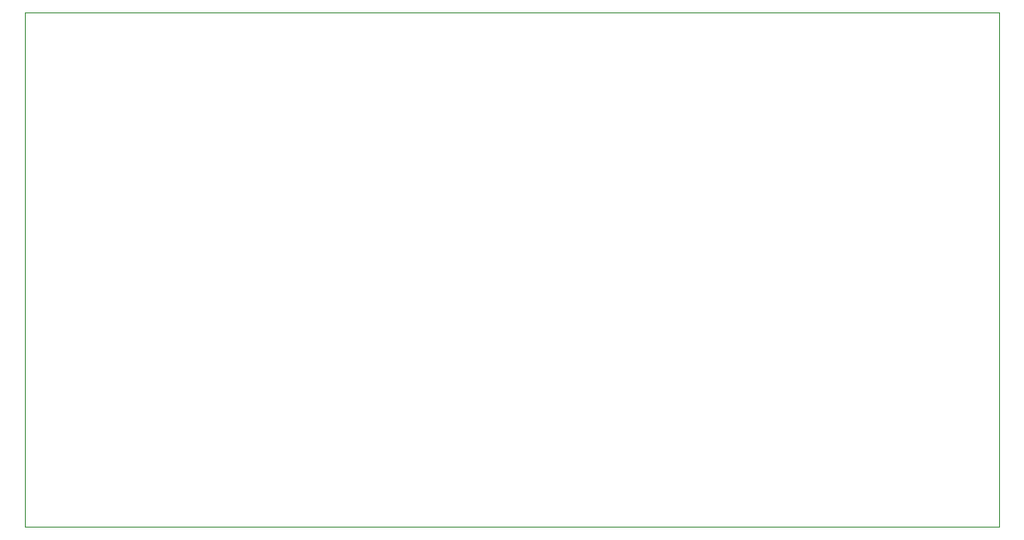
<source format=gbr>
G04 #@! TF.GenerationSoftware,KiCad,Pcbnew,(5.1.5)-3*
G04 #@! TF.CreationDate,2020-09-22T11:09:55+01:00*
G04 #@! TF.ProjectId,sensor_node_PCB,73656e73-6f72-45f6-9e6f-64655f504342,rev?*
G04 #@! TF.SameCoordinates,Original*
G04 #@! TF.FileFunction,Profile,NP*
%FSLAX46Y46*%
G04 Gerber Fmt 4.6, Leading zero omitted, Abs format (unit mm)*
G04 Created by KiCad (PCBNEW (5.1.5)-3) date 2020-09-22 11:09:55*
%MOMM*%
%LPD*%
G04 APERTURE LIST*
%ADD10C,0.050000*%
G04 APERTURE END LIST*
D10*
X107250000Y-133000000D02*
X200080000Y-133000000D01*
X107250000Y-84000000D02*
X200000000Y-84000000D01*
X107250000Y-133000000D02*
X107250000Y-84000000D01*
X200080000Y-126910000D02*
X200080000Y-133000000D01*
X200000000Y-84000000D02*
X200080000Y-84000000D01*
X200080000Y-89850000D02*
X200080000Y-84000000D01*
X200080000Y-89850000D02*
X200080000Y-126910000D01*
M02*

</source>
